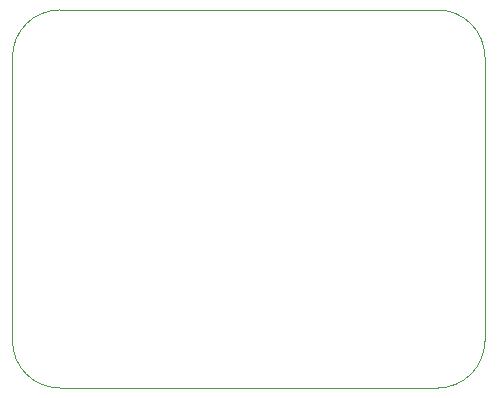
<source format=gm1>
%TF.GenerationSoftware,KiCad,Pcbnew,(6.0.1)*%
%TF.CreationDate,2022-07-06T10:53:35-04:00*%
%TF.ProjectId,DRIVE50,44524956-4535-4302-9e6b-696361645f70,1*%
%TF.SameCoordinates,Original*%
%TF.FileFunction,Profile,NP*%
%FSLAX46Y46*%
G04 Gerber Fmt 4.6, Leading zero omitted, Abs format (unit mm)*
G04 Created by KiCad (PCBNEW (6.0.1)) date 2022-07-06 10:53:35*
%MOMM*%
%LPD*%
G01*
G04 APERTURE LIST*
%TA.AperFunction,Profile*%
%ADD10C,0.100000*%
%TD*%
G04 APERTURE END LIST*
D10*
X120248000Y-88357000D02*
X152248000Y-88357000D01*
X152248000Y-120357000D02*
X120248000Y-120357000D01*
X120248000Y-88357000D02*
G75*
G03*
X116248000Y-92357000I0J-4000000D01*
G01*
X156248000Y-92357000D02*
G75*
G03*
X152248000Y-88357000I-4000000J0D01*
G01*
X116248000Y-116357000D02*
X116248000Y-92357000D01*
X116248000Y-116357000D02*
G75*
G03*
X120248000Y-120357000I4000000J0D01*
G01*
X152248000Y-120357000D02*
G75*
G03*
X156248000Y-116357000I0J4000000D01*
G01*
X156248000Y-92357000D02*
X156248000Y-116357000D01*
M02*

</source>
